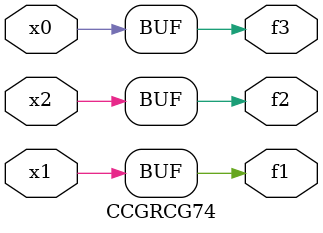
<source format=v>
module CCGRCG74(
	input x0, x1, x2,
	output f1, f2, f3
);
	assign f1 = x1;
	assign f2 = x2;
	assign f3 = x0;
endmodule

</source>
